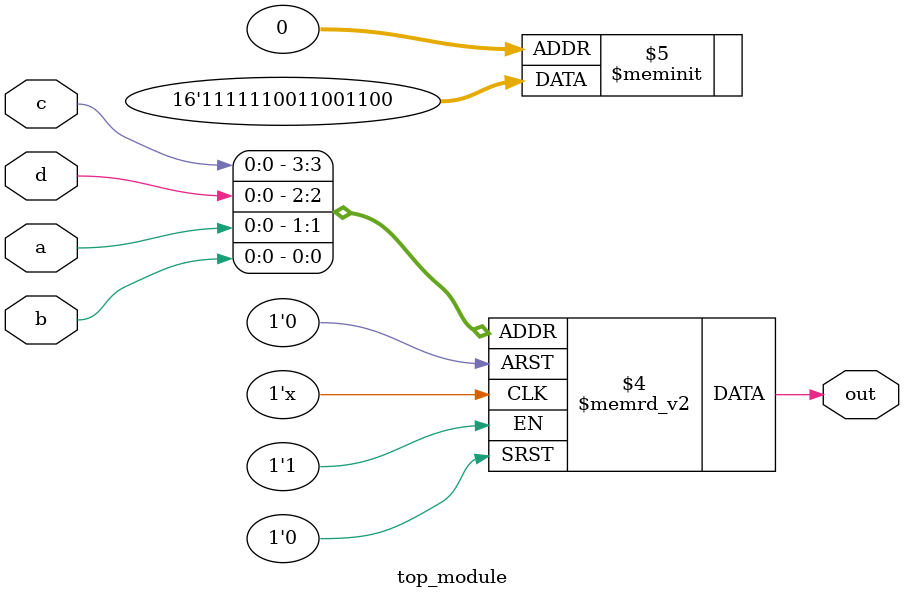
<source format=sv>
module top_module (
    input a, 
    input b,
    input c,
    input d,
    output reg out
);

always @(*) begin
    case ({c,d,a,b})
        4'b0010, 4'b0011, // When cd is 00 and ab is 10 or 11
        4'b0110, 4'b0111, // When cd is 01 and ab is 10 or 11
		4'b1110, 4'b1111, // When cd is 11 and ab is 10 or 11
        4'b1010, 4'b1011, // When cd is 10 and ab is 10 or 11
        4'b1100, 4'b1101: // When cd is 11 and ab is 00 or 01
        out = 1;
        default: out = 0;
    endcase
end

endmodule

</source>
